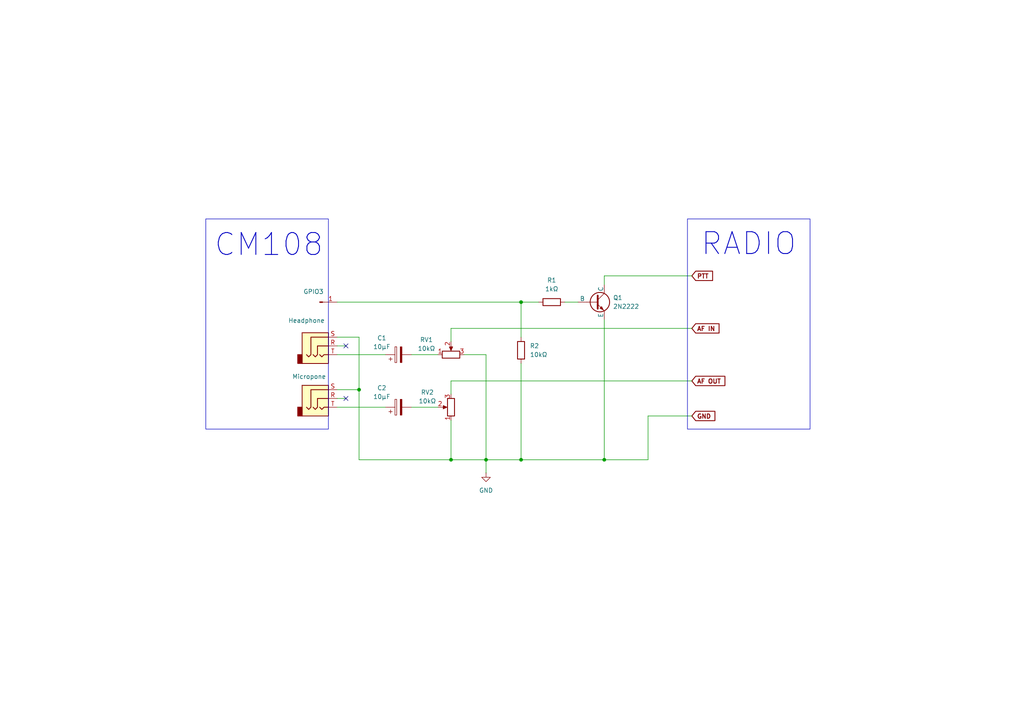
<source format=kicad_sch>
(kicad_sch (version 20250114) (generator "eeschema") (generator_version "9.0")
  (paper "A4")
  (title_block (title "LB5JJ - CM108 Digital Interface") (date "2025-06-22") (rev "1") (company "LB5JJ"))
  (lib_symbols
    (symbol "Connector:Conn_01x01_Pin" (pin_names (offset 1.016) (hide yes))
      (property "Reference" "J" (at 0 2.54 0))
      (property "Value" "Conn_01x01_Pin" (at 0 -2.54 0))
      (symbol "Conn_01x01_Pin_1_1"
        (rectangle (start 0.8636 0.127) (end 0 -0.127) (stroke (width 0.1524)) (fill (type outline)))
        (polyline (pts (xy 1.27 0) (xy 0.8636 0)) (stroke (width 0.1524)))
        (pin passive line (at 5.08 0 180) (length 3.81) (name "Pin_1") (number "1"))
      )
    )
    (symbol "Connector_Audio:AudioJack3"
      (property "Reference" "J" (at 0 8.89 0))
      (property "Value" "AudioJack3" (at 0 6.35 0))
      (symbol "AudioJack3_0_1"
        (rectangle (start -5.08 -5.08) (end -6.35 -2.54) (stroke (width 0.254)) (fill (type outline)))
        (polyline (pts (xy -1.905 -2.54) (xy -1.27 -3.175) (xy -0.635 -2.54) (xy -0.635 0) (xy 2.54 0)) (stroke (width 0.254)))
        (polyline (pts (xy 0 -2.54) (xy 0.635 -3.175) (xy 1.27 -2.54) (xy 2.54 -2.54)) (stroke (width 0.254)))
        (rectangle (start 2.54 3.81) (end -5.08 -5.08) (stroke (width 0.254)) (fill (type background)))
        (polyline (pts (xy 2.54 2.54) (xy -2.54 2.54) (xy -2.54 -2.54) (xy -3.175 -3.175) (xy -3.81 -2.54)) (stroke (width 0.254)))
      )
      (symbol "AudioJack3_1_1"
        (pin passive line (at 5.08 2.54 180) (length 2.54) (name "~") (number "S"))
        (pin passive line (at 5.08 0 180) (length 2.54) (name "~") (number "R"))
        (pin passive line (at 5.08 -2.54 180) (length 2.54) (name "~") (number "T"))
      )
    )
    (symbol "Device:C_Polarized" (pin_numbers (hide yes)) (pin_names (offset 0.254))
      (property "Reference" "C" (at 0.635 2.54 0))
      (property "Value" "C_Polarized" (at 0.635 -2.54 0))
      (symbol "C_Polarized_0_1"
        (rectangle (start -2.286 0.508) (end 2.286 1.016))
        (polyline (pts (xy -1.778 2.286) (xy -0.762 2.286)))
        (polyline (pts (xy -1.27 2.794) (xy -1.27 1.778)))
        (rectangle (start 2.286 -0.508) (end -2.286 -1.016) (fill (type outline)))
      )
      (symbol "C_Polarized_1_1"
        (pin passive line (at 0 3.81 270) (length 2.794) (name "~") (number "1"))
        (pin passive line (at 0 -3.81 90) (length 2.794) (name "~") (number "2"))
      )
    )
    (symbol "Device:R" (pin_numbers (hide yes)) (pin_names (offset 0))
      (property "Reference" "R" (at 2.032 0 90))
      (property "Value" "R" (at 0 0 90))
      (symbol "R_0_1"
        (rectangle (start -1.016 -2.54) (end 1.016 2.54) (stroke (width 0.254)))
      )
      (symbol "R_1_1"
        (pin passive line (at 0 3.81 270) (length 1.27) (name "~") (number "1"))
        (pin passive line (at 0 -3.81 90) (length 1.27) (name "~") (number "2"))
      )
    )
    (symbol "Device:R_Potentiometer" (pin_names (offset 1.016) (hide yes))
      (property "Reference" "RV" (at -4.445 0 90))
      (property "Value" "R_Potentiometer" (at -2.54 0 90))
      (symbol "R_Potentiometer_0_1"
        (rectangle (start 1.016 2.54) (end -1.016 -2.54) (stroke (width 0.254)))
        (polyline (pts (xy 1.143 0) (xy 2.286 0.508) (xy 2.286 -0.508) (xy 1.143 0)) (fill (type outline)))
        (polyline (pts (xy 2.54 0) (xy 1.524 0)))
      )
      (symbol "R_Potentiometer_1_1"
        (pin passive line (at 0 3.81 270) (length 1.27) (name "1") (number "1"))
        (pin passive line (at 0 -3.81 90) (length 1.27) (name "3") (number "3"))
        (pin passive line (at 3.81 0 180) (length 1.27) (name "2") (number "2"))
      )
    )
    (symbol "Simulation_SPICE:NPN" (pin_numbers (hide yes)) (pin_names (offset 0))
      (property "Reference" "Q" (at -2.54 7.62 0))
      (property "Value" "NPN" (at -2.54 5.08 0))
      (symbol "NPN_0_1"
        (polyline (pts (xy -2.54 0) (xy 0.635 0)) (stroke (width 0.1524)))
        (polyline (pts (xy 0.635 1.905) (xy 0.635 -1.905) (xy 0.635 -1.905)) (stroke (width 0.508)))
        (polyline (pts (xy 0.635 0.635) (xy 2.54 2.54)))
        (polyline (pts (xy 0.635 -0.635) (xy 2.54 -2.54) (xy 2.54 -2.54)))
        (circle (center 1.27 0) (radius 2.8194) (stroke (width 0.254)))
        (polyline (pts (xy 1.27 -1.778) (xy 1.778 -1.27) (xy 2.286 -2.286) (xy 1.27 -1.778) (xy 1.27 -1.778)) (fill (type outline)))
        (polyline (pts (xy 2.794 -1.27) (xy 2.794 -1.27)) (stroke (width 0.1524)))
        (polyline (pts (xy 2.794 -1.27) (xy 2.794 -1.27)) (stroke (width 0.1524)))
      )
      (symbol "NPN_1_1"
        (pin input line (at -5.08 0 0) (length 2.54) (name "B") (number "2"))
        (pin open_collector line (at 2.54 5.08 270) (length 2.54) (name "C") (number "1"))
        (pin open_emitter line (at 2.54 -5.08 90) (length 2.54) (name "E") (number "3"))
      )
    )
    (symbol "power:GND" (power) (pin_numbers (hide yes)) (pin_names (offset 0) (hide yes))
      (property "Value" "GND" (at 0 -3.81 0))
      (symbol "GND_0_1"
        (polyline (pts (xy 0 0) (xy 0 -1.27) (xy 1.27 -1.27) (xy 0 -2.54) (xy -1.27 -1.27) (xy 0 -1.27)))
      )
      (symbol "GND_1_1"
        (pin power_in line (at 0 0 270) (length 0) (name "~") (number "1"))
      )
    )
  )
  (rectangle (start 199.39 63.5) (end 234.95 124.46))
  (rectangle (start 59.69 63.5) (end 95.25 124.46))
  (text "RADIO" (at 217.17 70.866 0) (effects (font (size 6.35 6.35) (thickness 0.254) (bold yes))))
  (text "CM108" (at 77.978 71.12 0) (effects (font (size 6.35 6.35) (thickness 0.254) (bold yes))))
  (junction (at 151.13 133.35))
  (junction (at 104.14 113.03))
  (junction (at 175.26 133.35))
  (junction (at 130.81 133.35))
  (junction (at 140.97 133.35))
  (junction (at 151.13 87.63))
  (no_connect (at 100.33 115.57))
  (no_connect (at 100.33 100.33))
  (wire (pts (xy 130.81 110.49) (xy 200.66 110.49)))
  (wire (pts (xy 104.14 113.03) (xy 104.14 133.35)))
  (wire (pts (xy 97.79 102.87) (xy 111.76 102.87)))
  (wire (pts (xy 151.13 87.63) (xy 156.21 87.63)))
  (wire (pts (xy 151.13 97.79) (xy 151.13 87.63)))
  (wire (pts (xy 200.66 120.65) (xy 187.96 120.65)))
  (wire (pts (xy 175.26 133.35) (xy 187.96 133.35)))
  (wire (pts (xy 134.62 102.87) (xy 140.97 102.87)))
  (wire (pts (xy 97.79 118.11) (xy 111.76 118.11)))
  (wire (pts (xy 119.38 102.87) (xy 127 102.87)))
  (wire (pts (xy 187.96 120.65) (xy 187.96 133.35)))
  (wire (pts (xy 175.26 133.35) (xy 151.13 133.35)))
  (wire (pts (xy 140.97 102.87) (xy 140.97 133.35)))
  (wire (pts (xy 151.13 105.41) (xy 151.13 133.35)))
  (wire (pts (xy 140.97 133.35) (xy 140.97 137.16)))
  (wire (pts (xy 127 118.11) (xy 119.38 118.11)))
  (wire (pts (xy 104.14 97.79) (xy 104.14 113.03)))
  (wire (pts (xy 140.97 133.35) (xy 130.81 133.35)))
  (wire (pts (xy 130.81 99.06) (xy 130.81 95.25)))
  (wire (pts (xy 175.26 133.35) (xy 175.26 92.71)))
  (wire (pts (xy 97.79 115.57) (xy 100.33 115.57)))
  (wire (pts (xy 130.81 95.25) (xy 200.66 95.25)))
  (wire (pts (xy 151.13 133.35) (xy 140.97 133.35)))
  (wire (pts (xy 175.26 80.01) (xy 175.26 82.55)))
  (wire (pts (xy 130.81 121.92) (xy 130.81 133.35)))
  (wire (pts (xy 200.66 80.01) (xy 175.26 80.01)))
  (wire (pts (xy 130.81 133.35) (xy 104.14 133.35)))
  (wire (pts (xy 97.79 97.79) (xy 104.14 97.79)))
  (wire (pts (xy 97.79 100.33) (xy 100.33 100.33)))
  (wire (pts (xy 97.79 87.63) (xy 151.13 87.63)))
  (wire (pts (xy 97.79 113.03) (xy 104.14 113.03)))
  (wire (pts (xy 163.83 87.63) (xy 167.64 87.63)))
  (wire (pts (xy 130.81 114.3) (xy 130.81 110.49)))
  (global_label "PTT" (shape input) (at 200.66 80.01 0) (effects (font (thickness 0.254) (bold yes))) (property "Intersheetrefs" "${INTERSHEET_REFS}" (effects (hide yes))))
  (global_label "AF OUT" (shape input) (at 200.66 110.49 0) (effects (font (thickness 0.254) (bold yes))) (property "Intersheetrefs" "${INTERSHEET_REFS}" (effects (hide yes))))
  (global_label "AF IN" (shape input) (at 200.66 95.25 0) (effects (font (thickness 0.254) (bold yes))) (property "Intersheetrefs" "${INTERSHEET_REFS}" (effects (hide yes))))
  (global_label "GND" (shape input) (at 200.66 120.65 0) (effects (font (thickness 0.254) (bold yes))) (property "Intersheetrefs" "${INTERSHEET_REFS}" (effects (hide yes))))
  (symbol (lib_id "Device:R_Potentiometer") (at 130.81 118.11 180) (unit 1)
    (property "Reference" "RV2" (at 123.952 113.792 0))
    (property "Value" "10kΩ" (at 123.952 116.332 0))
    (property "Description" "Potentiometer" (effects (hide yes)))
  )
  (symbol (lib_id "power:GND") (at 140.97 137.16 0) (unit 1)
    (property "Reference" "#PWR01" (effects (hide yes)))
    (property "Value" "GND" (at 140.97 142.24 0))
    (property "Description" "Power symbol creates a global label with name \"GND\" , ground" (effects (hide yes)))
  )
  (symbol (lib_id "Device:C_Polarized") (at 115.57 102.87 90) (unit 1)
    (property "Reference" "C1" (at 110.744 98.044 90))
    (property "Value" "10μF" (at 110.744 100.584 90))
    (property "Description" "Polarized capacitor" (effects (hide yes)))
  )
  (symbol (lib_id "Device:R") (at 160.02 87.63 90) (unit 1)
    (property "Reference" "R1" (at 160.02 81.28 90))
    (property "Value" "1kΩ" (at 160.02 83.82 90))
    (property "Description" "Resistor" (effects (hide yes)))
  )
  (symbol (lib_id "Device:R_Potentiometer") (at 130.81 102.87 90) (unit 1)
    (property "Reference" "RV1" (at 123.698 98.552 90))
    (property "Value" "10kΩ" (at 123.698 101.092 90))
    (property "Description" "Potentiometer" (effects (hide yes)))
  )
  (symbol (lib_id "Connector_Audio:AudioJack3") (at 92.71 100.33 0) (unit 1)
    (property "Reference" "J1" (effects (hide yes)))
    (property "Value" "Headphone" (at 88.9 92.964 0))
    (property "Description" "Audio Jack, 3 Poles (Stereo / TRS)" (effects (hide yes)))
  )
  (symbol (lib_id "Connector:Conn_01x01_Pin") (at 92.71 87.63 0) (unit 1)
    (property "Reference" "J3" (effects (hide yes)))
    (property "Value" "GPIO3" (at 90.932 84.582 0) (effects (font (thickness 0.1588))))
    (property "Description" "Generic connector, single row, 01x01, script generated" (effects (hide yes)))
  )
  (symbol (lib_id "Simulation_SPICE:NPN") (at 172.72 87.63 0) (unit 1)
    (property "Reference" "Q1" (at 177.8 86.3599 0) (effects (justify left)))
    (property "Value" "2N2222" (at 177.8 88.8999 0) (effects (justify left)))
    (property "Datasheet" "https://ngspice.sourceforge.io/docs/ngspice-html-manual/manual.xhtml#cha_BJTs" (effects (hide yes)))
    (property "Description" "Bipolar transistor symbol for simulation only, substrate tied to the emitter" (effects (hide yes)))
    (property "Sim.Device" "NPN" (effects (hide yes)))
    (property "Sim.Type" "GUMMELPOON" (effects (hide yes)))
    (property "Sim.Pins" "1=C 2=B 3=E" (effects (hide yes)))
  )
  (symbol (lib_id "Device:R") (at 151.13 101.6 0) (unit 1)
    (property "Reference" "R2" (at 153.67 100.3299 0) (effects (justify left)))
    (property "Value" "10kΩ" (at 153.67 102.8699 0) (effects (justify left)))
    (property "Description" "Resistor" (effects (hide yes)))
  )
  (symbol (lib_id "Device:C_Polarized") (at 115.57 118.11 90) (unit 1)
    (property "Reference" "C2" (at 110.744 112.522 90))
    (property "Value" "10μF" (at 110.744 115.062 90))
    (property "Description" "Polarized capacitor" (effects (hide yes)))
  )
  (symbol (lib_id "Connector_Audio:AudioJack3") (at 92.71 115.57 0) (unit 1)
    (property "Reference" "J2" (effects (hide yes)))
    (property "Value" "Micropone" (at 89.662 109.22 0))
    (property "Description" "Audio Jack, 3 Poles (Stereo / TRS)" (effects (hide yes)))
  )
)
</source>
